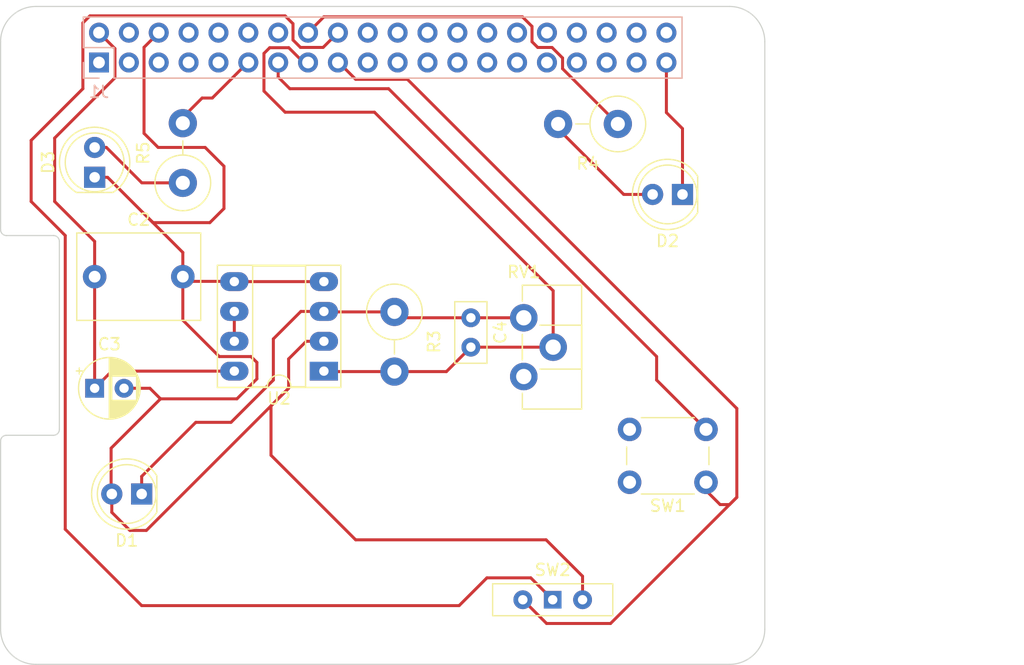
<source format=kicad_pcb>
(kicad_pcb (version 20240108) (generator "pcbnew") (generator_version "8.0")
  (title_block (date "15 nov 2012"))
  (layers (0 "F.Cu" signal) (31 "B.Cu" signal) (34 "B.Paste" user) (35 "F.Paste" user) (36 "B.SilkS" user "B.Silkscreen") (37 "F.SilkS" user "F.Silkscreen") (38 "B.Mask" user) (39 "F.Mask" user) (44 "Edge.Cuts" user))
  (net 0 "")
  (net 1 "GND")
  (net 2 "/GPIO2{slash}SDA1")
  (net 3 "/GPIO3{slash}SCL1")
  (net 4 "/GPIO4{slash}GPCLK0")
  (net 5 "/GPIO14{slash}TXD0")
  (net 6 "/GPIO15{slash}RXD0")
  (net 7 "/GPIO17")
  (net 8 "/GPIO18{slash}PCM.CLK")
  (net 9 "/GPIO22")
  (net 10 "/GPIO23")
  (net 11 "/GPIO24")
  (net 12 "/GPIO10{slash}SPI0.MOSI")
  (net 13 "/GPIO9{slash}SPI0.MISO")
  (net 14 "/GPIO25")
  (net 15 "/GPIO11{slash}SPI0.SCLK")
  (net 16 "/GPIO8{slash}SPI0.CE0")
  (net 17 "/GPIO7{slash}SPI0.CE1")
  (net 18 "/ID_SDA")
  (net 19 "/ID_SCL")
  (net 20 "/GPIO5")
  (net 21 "/GPIO6")
  (net 22 "/GPIO12{slash}PWM0")
  (net 23 "/GPIO13{slash}PWM1")
  (net 24 "/GPIO19{slash}PCM.FS")
  (net 25 "/GPIO16")
  (net 26 "/GPIO26")
  (net 27 "/GPIO20{slash}PCM.DIN")
  (net 28 "/GPIO21{slash}PCM.DOUT")
  (net 29 "+5V")
  (net 30 "+3V3")
  (net 31 "Net-(D1-K)")
  (net 32 "Net-(D2-A)")
  (net 34 "Net-(U2B--)")
  (net 35 "Net-(D3-A)")
  (net 36 "+3.3V")
  (footprint "MountingHole:MountingHole_2.7mm_M2.5" (layer "F.Cu") (at 161.5 47.5)
    (property "Reference" "MH2" (hide yes))
    (property "Value" "MountingHole_2.7mm_M2.5" (hide yes))
    (pad "" np_thru_hole circle (at 0 0) (size 2.7 2.7) (drill 2.7) (layers "*.Cu" "*.Mask"))
  )
  (footprint "LED_THT:LED_D5.0mm_IRGrey" (layer "F.Cu") (at 112 85.5 180)
    (property "Reference" "D1" (at 1.27 -3.96 0) (layer "F.SilkS"))
    (property "Value" "~")
    (fp_line (start -1.29 -1.545) (end -1.29 1.545) (stroke (width 0.12)) (layer "F.SilkS"))
    (fp_arc (start 4.26 0.000048) (mid 2.071756 2.880501) (end -1.29 1.54483) (stroke (width 0.12)) (layer "F.SilkS"))
    (fp_arc (start -1.29 -1.54483) (mid 2.071756 -2.880501) (end 4.26 -0.000048) (stroke (width 0.12)) (layer "F.SilkS"))
    (fp_circle (center 1.27 0) (end 3.77 0) (stroke (width 0.12)) (fill none) (layer "F.SilkS"))
    (pad "1" thru_hole rect (at 0 0 180) (size 1.8 1.8) (drill 0.9) (layers "*.Cu" "*.Mask") (net 31 "Net-(D1-K)"))
    (pad "2" thru_hole circle (at 2.54 0 180) (size 1.8 1.8) (drill 0.9) (layers "*.Cu" "*.Mask") (net 1 "GND"))
  )
  (footprint "Resistor_THT:R_Axial_DIN0414_L11.9mm_D4.5mm_P5.08mm_Vertical" (layer "F.Cu") (at 115.5 59.015 90)
    (property "Reference" "R5" (at 2.54 -3.37 90) (layer "F.SilkS"))
    (property "Value" "100")
    (fp_line (start 2.37 0) (end 3.58 0) (stroke (width 0.12)) (layer "F.SilkS"))
    (fp_circle (center 0 0) (end 2.37 0) (stroke (width 0.12)) (fill none) (layer "F.SilkS"))
    (pad "1" thru_hole circle (at 0 0 90) (size 2.4 2.4) (drill 1.2) (layers "*.Cu" "*.Mask") (net 35 "Net-(D3-A)"))
    (pad "2" thru_hole oval (at 5.08 0 90) (size 2.4 2.4) (drill 1.2) (layers "*.Cu" "*.Mask") (net 7 "/GPIO17"))
  )
  (footprint "LED_THT:LED_D5.0mm" (layer "F.Cu") (at 158 60 180)
    (property "Reference" "D2" (at 1.27 -3.96 0) (layer "F.SilkS"))
    (property "Value" "LED")
    (fp_line (start -1.29 -1.545) (end -1.29 1.545) (stroke (width 0.12)) (layer "F.SilkS"))
    (fp_arc (start 4.26 0.000048) (mid 2.071756 2.880501) (end -1.29 1.54483) (stroke (width 0.12)) (layer "F.SilkS"))
    (fp_arc (start -1.29 -1.54483) (mid 2.071756 -2.880501) (end 4.26 -0.000048) (stroke (width 0.12)) (layer "F.SilkS"))
    (fp_circle (center 1.27 0) (end 3.77 0) (stroke (width 0.12)) (fill none) (layer "F.SilkS"))
    (pad "1" thru_hole rect (at 0 0 180) (size 1.8 1.8) (drill 0.9) (layers "*.Cu" "*.Mask") (net 1 "GND"))
    (pad "2" thru_hole circle (at 2.54 0 180) (size 1.8 1.8) (drill 0.9) (layers "*.Cu" "*.Mask") (net 32 "Net-(D2-A)"))
  )
  (footprint "Capacitor_THT:C_Disc_D5.0mm_W2.5mm_P2.50mm" (layer "F.Cu") (at 140 70.5 -90)
    (property "Reference" "C4" (at 1.25 -2.5 90) (layer "F.SilkS"))
    (property "Value" "22pF")
    (fp_line (start -1.37 1.37) (end 3.87 1.37) (stroke (width 0.12)) (layer "F.SilkS"))
    (fp_line (start -1.37 -1.37) (end -1.37 1.37) (stroke (width 0.12)) (layer "F.SilkS"))
    (fp_line (start -1.37 -1.37) (end 3.87 -1.37) (stroke (width 0.12)) (layer "F.SilkS"))
    (fp_line (start 3.87 -1.37) (end 3.87 1.37) (stroke (width 0.12)) (layer "F.SilkS"))
    (pad "1" thru_hole circle (at 0 0 270) (size 1.6 1.6) (drill 0.8) (layers "*.Cu" "*.Mask") (net 31 "Net-(D1-K)"))
    (pad "2" thru_hole circle (at 2.5 0 270) (size 1.6 1.6) (drill 0.8) (layers "*.Cu" "*.Mask") (net 9 "/GPIO22"))
  )
  (footprint "Resistor_THT:R_Axial_DIN0414_L11.9mm_D4.5mm_P5.08mm_Vertical" (layer "F.Cu") (at 133.5 70 -90)
    (property "Reference" "R3" (at 2.54 -3.37 90) (layer "F.SilkS"))
    (property "Value" "R")
    (fp_line (start 2.37 0) (end 3.58 0) (stroke (width 0.12)) (layer "F.SilkS"))
    (fp_circle (center 0 0) (end 2.37 0) (stroke (width 0.12)) (fill none) (layer "F.SilkS"))
    (pad "1" thru_hole circle (at 0 0 270) (size 2.4 2.4) (drill 1.2) (layers "*.Cu" "*.Mask") (net 31 "Net-(D1-K)"))
    (pad "2" thru_hole oval (at 5.08 0 270) (size 2.4 2.4) (drill 1.2) (layers "*.Cu" "*.Mask") (net 9 "/GPIO22"))
  )
  (footprint "MountingHole:MountingHole_2.7mm_M2.5" (layer "F.Cu") (at 103.5 96.5)
    (property "Reference" "MH3" (hide yes))
    (property "Value" "MountingHole_2.7mm_M2.5" (hide yes))
    (pad "" np_thru_hole circle (at 0 0) (size 2.7 2.7) (drill 2.7) (layers "*.Cu" "*.Mask"))
  )
  (footprint "LED_THT:LED_D5.0mm" (layer "F.Cu") (at 108 58.54 90)
    (property "Reference" "D3" (at 1.27 -3.96 90) (layer "F.SilkS"))
    (property "Value" "LED")
    (fp_line (start -1.29 -1.545) (end -1.29 1.545) (stroke (width 0.12)) (layer "F.SilkS"))
    (fp_arc (start -1.29 -1.54483) (mid 2.071756 -2.880501) (end 4.26 -0.000048) (stroke (width 0.12)) (layer "F.SilkS"))
    (fp_arc (start 4.26 0.000048) (mid 2.071756 2.880501) (end -1.29 1.54483) (stroke (width 0.12)) (layer "F.SilkS"))
    (fp_circle (center 1.27 0) (end 3.77 0) (stroke (width 0.12)) (fill none) (layer "F.SilkS"))
    (pad "1" thru_hole rect (at 0 0 90) (size 1.8 1.8) (drill 0.9) (layers "*.Cu" "*.Mask") (net 1 "GND"))
    (pad "2" thru_hole circle (at 2.54 0 90) (size 1.8 1.8) (drill 0.9) (layers "*.Cu" "*.Mask") (net 35 "Net-(D3-A)"))
  )
  (footprint "Button_Switch_THT:SW_Slide-03_Wuerth-WS-SLTV_10x2.5x6.4_P2.54mm" (layer "F.Cu") (at 146.96 94.5)
    (property "Reference" "SW2" (at 0 -2.54 0) (layer "F.SilkS"))
    (property "Value" "SW_Push_SPDT")
    (fp_rect (start -5.11 -1.36) (end 5.11 1.36) (stroke (width 0.12)) (fill none) (layer "F.SilkS"))
    (pad "1" thru_hole rect (at 0 0) (size 1.5 1.5) (drill 0.8) (layers "*.Cu" "*.Mask") (net 11 "/GPIO24"))
    (pad "2" thru_hole circle (at -2.54 0) (size 1.6 1.6) (drill 0.8) (layers "*.Cu" "*.Mask") (net 36 "+3.3V"))
    (pad "3" thru_hole circle (at 2.54 0) (size 1.6 1.6) (drill 0.8) (layers "*.Cu" "*.Mask") (net 1 "GND"))
  )
  (footprint "MountingHole:MountingHole_2.7mm_M2.5" (layer "F.Cu") (at 103.5 47.5)
    (property "Reference" "MH1" (hide yes))
    (property "Value" "MountingHole_2.7mm_M2.5" (hide yes))
    (pad "" np_thru_hole circle (at 0 0) (size 2.7 2.7) (drill 2.7) (layers "*.Cu" "*.Mask"))
  )
  (footprint "Capacitor_THT:C_Rect_L10.3mm_W7.2mm_P7.50mm_MKS4" (layer "F.Cu") (at 108 67)
    (property "Reference" "C2" (at 3.75 -4.85 0) (layer "F.SilkS"))
    (property "Value" "10uF")
    (fp_line (start -1.52 -3.72) (end -1.52 3.72) (stroke (width 0.12)) (layer "F.SilkS"))
    (fp_line (start -1.52 -3.72) (end 9.02 -3.72) (stroke (width 0.12)) (layer "F.SilkS"))
    (fp_line (start -1.52 3.72) (end 9.02 3.72) (stroke (width 0.12)) (layer "F.SilkS"))
    (fp_line (start 9.02 -3.72) (end 9.02 3.72) (stroke (width 0.12)) (layer "F.SilkS"))
    (pad "1" thru_hole circle (at 0 0) (size 2 2) (drill 1) (layers "*.Cu" "*.Mask") (net 29 "+5V"))
    (pad "2" thru_hole circle (at 7.5 0) (size 2 2) (drill 1) (layers "*.Cu" "*.Mask") (net 1 "GND"))
  )
  (footprint "Capacitor_THT:CP_Radial_D5.0mm_P2.50mm" (layer "F.Cu") (at 108 76.5)
    (property "Reference" "C3" (at 1.25 -3.75 0) (layer "F.SilkS"))
    (property "Value" "100nF")
    (fp_line (start -1.554775 -1.475) (end -1.054775 -1.475) (stroke (width 0.12)) (layer "F.SilkS"))
    (fp_line (start -1.304775 -1.725) (end -1.304775 -1.225) (stroke (width 0.12)) (layer "F.SilkS"))
    (fp_line (start 1.25 -2.58) (end 1.25 2.58) (stroke (width 0.12)) (layer "F.SilkS"))
    (fp_line (start 1.29 -2.58) (end 1.29 2.58) (stroke (width 0.12)) (layer "F.SilkS"))
    (fp_line (start 1.33 -2.579) (end 1.33 2.579) (stroke (width 0.12)) (layer "F.SilkS"))
    (fp_line (start 1.37 -2.578) (end 1.37 2.578) (stroke (width 0.12)) (layer "F.SilkS"))
    (fp_line (start 1.41 -2.576) (end 1.41 2.576) (stroke (width 0.12)) (layer "F.SilkS"))
    (fp_line (start 1.45 -2.573) (end 1.45 2.573) (stroke (width 0.12)) (layer "F.SilkS"))
    (fp_line (start 1.49 -2.569) (end 1.49 -1.04) (stroke (width 0.12)) (layer "F.SilkS"))
    (fp_line (start 1.49 1.04) (end 1.49 2.569) (stroke (width 0.12)) (layer "F.SilkS"))
    (fp_line (start 1.53 -2.565) (end 1.53 -1.04) (stroke (width 0.12)) (layer "F.SilkS"))
    (fp_line (start 1.53 1.04) (end 1.53 2.565) (stroke (width 0.12)) (layer "F.SilkS"))
    (fp_line (start 1.57 -2.561) (end 1.57 -1.04) (stroke (width 0.12)) (layer "F.SilkS"))
    (fp_line (start 1.57 1.04) (end 1.57 2.561) (stroke (width 0.12)) (layer "F.SilkS"))
    (fp_line (start 1.61 -2.556) (end 1.61 -1.04) (stroke (width 0.12)) (layer "F.SilkS"))
    (fp_line (start 1.61 1.04) (end 1.61 2.556) (stroke (width 0.12)) (layer "F.SilkS"))
    (fp_line (start 1.65 -2.55) (end 1.65 -1.04) (stroke (width 0.12)) (layer "F.SilkS"))
    (fp_line (start 1.65 1.04) (end 1.65 2.55) (stroke (width 0.12)) (layer "F.SilkS"))
    (fp_line (start 1.69 -2.543) (end 1.69 -1.04) (stroke (width 0.12)) (layer "F.SilkS"))
    (fp_line (start 1.69 1.04) (end 1.69 2.543) (stroke (width 0.12)) (layer "F.SilkS"))
    (fp_line (start 1.73 -2.536) (end 1.73 -1.04) (stroke (width 0.12)) (layer "F.SilkS"))
    (fp_line (start 1.73 1.04) (end 1.73 2.536) (stroke (width 0.12)) (layer "F.SilkS"))
    (fp_line (start 1.77 -2.528) (end 1.77 -1.04) (stroke (width 0.12)) (layer "F.SilkS"))
    (fp_line (start 1.77 1.04) (end 1.77 2.528) (stroke (width 0.12)) (layer "F.SilkS"))
    (fp_line (start 1.81 -2.52) (end 1.81 -1.04) (stroke (width 0.12)) (layer "F.SilkS"))
    (fp_line (start 1.81 1.04) (end 1.81 2.52) (stroke (width 0.12)) (layer "F.SilkS"))
    (fp_line (start 1.85 -2.511) (end 1.85 -1.04) (stroke (width 0.12)) (layer "F.SilkS"))
    (fp_line (start 1.85 1.04) (end 1.85 2.511) (stroke (width 0.12)) (layer "F.SilkS"))
    (fp_line (start 1.89 -2.501) (end 1.89 -1.04) (stroke (width 0.12)) (layer "F.SilkS"))
    (fp_line (start 1.89 1.04) (end 1.89 2.501) (stroke (width 0.12)) (layer "F.SilkS"))
    (fp_line (start 1.93 -2.491) (end 1.93 -1.04) (stroke (width 0.12)) (layer "F.SilkS"))
    (fp_line (start 1.93 1.04) (end 1.93 2.491) (stroke (width 0.12)) (layer "F.SilkS"))
    (fp_line (start 1.971 -2.48) (end 1.971 -1.04) (stroke (width 0.12)) (layer "F.SilkS"))
    (fp_line (start 1.971 1.04) (end 1.971 2.48) (stroke (width 0.12)) (layer "F.SilkS"))
    (fp_line (start 2.011 -2.468) (end 2.011 -1.04) (stroke (width 0.12)) (layer "F.SilkS"))
    (fp_line (start 2.011 1.04) (end 2.011 2.468) (stroke (width 0.12)) (layer "F.SilkS"))
    (fp_line (start 2.051 -2.455) (end 2.051 -1.04) (stroke (width 0.12)) (layer "F.SilkS"))
    (fp_line (start 2.051 1.04) (end 2.051 2.455) (stroke (width 0.12)) (layer "F.SilkS"))
    (fp_line (start 2.091 -2.442) (end 2.091 -1.04) (stroke (width 0.12)) (layer "F.SilkS"))
    (fp_line (start 2.091 1.04) (end 2.091 2.442) (stroke (width 0.12)) (layer "F.SilkS"))
    (fp_line (start 2.131 -2.428) (end 2.131 -1.04) (stroke (width 0.12)) (layer "F.SilkS"))
    (fp_line (start 2.131 1.04) (end 2.131 2.428) (stroke (width 0.12)) (layer "F.SilkS"))
    (fp_line (start 2.171 -2.414) (end 2.171 -1.04) (stroke (width 0.12)) (layer "F.SilkS"))
    (fp_line (start 2.171 1.04) (end 2.171 2.414) (stroke (width 0.12)) (layer "F.SilkS"))
    (fp_line (start 2.211 -2.398) (end 2.211 -1.04) (stroke (width 0.12)) (layer "F.SilkS"))
    (fp_line (start 2.211 1.04) (end 2.211 2.398) (stroke (width 0.12)) (layer "F.SilkS"))
    (fp_line (start 2.251 -2.382) (end 2.251 -1.04) (stroke (width 0.12)) (layer "F.SilkS"))
    (fp_line (start 2.251 1.04) (end 2.251 2.382) (stroke (width 0.12)) (layer "F.SilkS"))
    (fp_line (start 2.291 -2.365) (end 2.291 -1.04) (stroke (width 0.12)) (layer "F.SilkS"))
    (fp_line (start 2.291 1.04) (end 2.291 2.365) (stroke (width 0.12)) (layer "F.SilkS"))
    (fp_line (start 2.331 -2.348) (end 2.331 -1.04) (stroke (width 0.12)) (layer "F.SilkS"))
    (fp_line (start 2.331 1.04) (end 2.331 2.348) (stroke (width 0.12)) (layer "F.SilkS"))
    (fp_line (start 2.371 -2.329) (end 2.371 -1.04) (stroke (width 0.12)) (layer "F.SilkS"))
    (fp_line (start 2.371 1.04) (end 2.371 2.329) (stroke (width 0.12)) (layer "F.SilkS"))
    (fp_line (start 2.411 -2.31) (end 2.411 -1.04) (stroke (width 0.12)) (layer "F.SilkS"))
    (fp_line (start 2.411 1.04) (end 2.411 2.31) (stroke (width 0.12)) (layer "F.SilkS"))
    (fp_line (start 2.451 -2.29) (end 2.451 -1.04) (stroke (width 0.12)) (layer "F.SilkS"))
    (fp_line (start 2.451 1.04) (end 2.451 2.29) (stroke (width 0.12)) (layer "F.SilkS"))
    (fp_line (start 2.491 -2.268) (end 2.491 -1.04) (stroke (width 0.12)) (layer "F.SilkS"))
    (fp_line (start 2.491 1.04) (end 2.491 2.268) (stroke (width 0.12)) (layer "F.SilkS"))
    (fp_line (start 2.531 -2.247) (end 2.531 -1.04) (stroke (width 0.12)) (layer "F.SilkS"))
    (fp_line (start 2.531 1.04) (end 2.531 2.247) (stroke (width 0.12)) (layer "F.SilkS"))
    (fp_line (start 2.571 -2.224) (end 2.571 -1.04) (stroke (width 0.12)) (layer "F.SilkS"))
    (fp_line (start 2.571 1.04) (end 2.571 2.224) (stroke (width 0.12)) (layer "F.SilkS"))
    (fp_line (start 2.611 -2.2) (end 2.611 -1.04) (stroke (width 0.12)) (layer "F.SilkS"))
    (fp_line (start 2.611 1.04) (end 2.611 2.2) (stroke (width 0.12)) (layer "F.SilkS"))
    (fp_line (start 2.651 -2.175) (end 2.651 -1.04) (stroke (width 0.12)) (layer "F.SilkS"))
    (fp_line (start 2.651 1.04) (end 2.651 2.175) (stroke (width 0.12)) (layer "F.SilkS"))
    (fp_line (start 2.691 -2.149) (end 2.691 -1.04) (stroke (width 0.12)) (layer "F.SilkS"))
    (fp_line (start 2.691 1.04) (end 2.691 2.149) (stroke (width 0.12)) (layer "F.SilkS"))
    (fp_line (start 2.731 -2.122) (end 2.731 -1.04) (stroke (width 0.12)) (layer "F.SilkS"))
    (fp_line (start 2.731 1.04) (end 2.731 2.122) (stroke (width 0.12)) (layer "F.SilkS"))
    (fp_line (start 2.771 -2.095) (end 2.771 -1.04) (stroke (width 0.12)) (layer "F.SilkS"))
    (fp_line (start 2.771 1.04) (end 2.771 2.095) (stroke (width 0.12)) (layer "F.SilkS"))
    (fp_line (start 2.811 -2.065) (end 2.811 -1.04) (stroke (width 0.12)) (layer "F.SilkS"))
    (fp_line (start 2.811 1.04) (end 2.811 2.065) (stroke (width 0.12)) (layer "F.SilkS"))
    (fp_line (start 2.851 -2.035) (end 2.851 -1.04) (stroke (width 0.12)) (layer "F.SilkS"))
    (fp_line (start 2.851 1.04) (end 2.851 2.035) (stroke (width 0.12)) (layer "F.SilkS"))
    (fp_line (start 2.891 -2.004) (end 2.891 -1.04) (stroke (width 0.12)) (layer "F.SilkS"))
    (fp_line (start 2.891 1.04) (end 2.891 2.004) (stroke (width 0.12)) (layer "F.SilkS"))
    (fp_line (start 2.931 -1.971) (end 2.931 -1.04) (stroke (width 0.12)) (layer "F.SilkS"))
    (fp_line (start 2.931 1.04) (end 2.931 1.971) (stroke (width 0.12)) (layer "F.SilkS"))
    (fp_line (start 2.971 -1.937) (end 2.971 -1.04) (stroke (width 0.12)) (layer "F.SilkS"))
    (fp_line (start 2.971 1.04) (end 2.971 1.937) (stroke (width 0.12)) (layer "F.SilkS"))
    (fp_line (start 3.011 -1.901) (end 3.011 -1.04) (stroke (width 0.12)) (layer "F.SilkS"))
    (fp_line (start 3.011 1.04) (end 3.011 1.901) (stroke (width 0.12)) (layer "F.SilkS"))
    (fp_line (start 3.051 -1.864) (end 3.051 -1.04) (stroke (width 0.12)) (layer "F.SilkS"))
    (fp_line (start 3.051 1.04) (end 3.051 1.864) (stroke (width 0.12)) (layer "F.SilkS"))
    (fp_line (start 3.091 -1.826) (end 3.091 -1.04) (stroke (width 0.12)) (layer "F.SilkS"))
    (fp_line (start 3.091 1.04) (end 3.091 1.826) (stroke (width 0.12)) (layer "F.SilkS"))
    (fp_line (start 3.131 -1.785) (end 3.131 -1.04) (stroke (width 0.12)) (layer "F.SilkS"))
    (fp_line (start 3.131 1.04) (end 3.131 1.785) (stroke (width 0.12)) (layer "F.SilkS"))
    (fp_line (start 3.171 -1.743) (end 3.171 -1.04) (stroke (width 0.12)) (layer "F.SilkS"))
    (fp_line (start 3.171 1.04) (end 3.171 1.743) (stroke (width 0.12)) (layer "F.SilkS"))
    (fp_line (start 3.211 -1.699) (end 3.211 -1.04) (stroke (width 0.12)) (layer "F.SilkS"))
    (fp_line (start 3.211 1.04) (end 3.211 1.699) (stroke (width 0.12)) (layer "F.SilkS"))
    (fp_line (start 3.251 -1.653) (end 3.251 -1.04) (stroke (width 0.12)) (layer "F.SilkS"))
    (fp_line (start 3.251 1.04) (end 3.251 1.653) (stroke (width 0.12)) (layer "F.SilkS"))
    (fp_line (start 3.291 -1.605) (end 3.291 -1.04) (stroke (width 0.12)) (layer "F.SilkS"))
    (fp_line (start 3.291 1.04) (end 3.291 1.605) (stroke (width 0.12)) (layer "F.SilkS"))
    (fp_line (start 3.331 -1.554) (end 3.331 -1.04) (stroke (width 0.12)) (layer "F.SilkS"))
    (fp_line (start 3.331 1.04) (end 3.331 1.554) (stroke (width 0.12)) (layer "F.SilkS"))
    (fp_line (start 3.371 -1.5) (end 3.371 -1.04) (stroke (width 0.12)) (layer "F.SilkS"))
    (fp_line (start 3.371 1.04) (end 3.371 1.5) (stroke (width 0.12)) (layer "F.SilkS"))
    (fp_line (start 3.411 -1.443) (end 3.411 -1.04) (stroke (width 0.12)) (layer "F.SilkS"))
    (fp_line (start 3.411 1.04) (end 3.411 1.443) (stroke (width 0.12)) (layer "F.SilkS"))
    (fp_line (start 3.451 -1.383) (end 3.451 -1.04) (stroke (width 0.12)) (layer "F.SilkS"))
    (fp_line (start 3.451 1.04) (end 3.451 1.383) (stroke (width 0.12)) (layer "F.SilkS"))
    (fp_line (start 3.491 -1.319) (end 3.491 -1.04) (stroke (width 0.12)) (layer "F.SilkS"))
    (fp_line (start 3.491 1.04) (end 3.491 1.319) (stroke (width 0.12)) (layer "F.SilkS"))
    (fp_line (start 3.531 -1.251) (end 3.531 -1.04) (stroke (width 0.12)) (layer "F.SilkS"))
    (fp_line (start 3.531 1.04) (end 3.531 1.251) (stroke (width 0.12)) (layer "F.SilkS"))
    (fp_line (start 3.571 -1.178) (end 3.571 1.178) (stroke (width 0.12)) (layer "F.SilkS"))
    (fp_line (start 3.611 -1.098) (end 3.611 1.098) (stroke (width 0.12)) (layer "F.SilkS"))
    (fp_line (start 3.651 -1.011) (end 3.651 1.011) (stroke (width 0.12)) (layer "F.SilkS"))
    (fp_line (start 3.691 -0.915) (end 3.691 0.915) (stroke (width 0.12)) (layer "F.SilkS"))
    (fp_line (start 3.731 -0.805) (end 3.731 0.805) (stroke (width 0.12)) (layer "F.SilkS"))
    (fp_line (start 3.771 -0.677) (end 3.771 0.677) (stroke (width 0.12)) (layer "F.SilkS"))
    (fp_line (start 3.811 -0.518) (end 3.811 0.518) (stroke (width 0.12)) (layer "F.SilkS"))
    (fp_line (start 3.851 -0.284) (end 3.851 0.284) (stroke (width 0.12)) (layer "F.SilkS"))
    (fp_circle (center 1.25 0) (end 3.87 0) (stroke (width 0.12)) (fill none) (layer "F.SilkS"))
    (pad "1" thru_hole rect (at 0 0) (size 1.6 1.6) (drill 0.8) (layers "*.Cu" "*.Mask") (net 29 "+5V"))
    (pad "2" thru_hole circle (at 2.5 0) (size 1.6 1.6) (drill 0.8) (layers "*.Cu" "*.Mask") (net 1 "GND"))
  )
  (footprint "Package_DIP:DIP-8_W7.62mm_Socket_LongPads" (layer "F.Cu") (at 127.5 75.04 180)
    (property "Reference" "U2" (at 3.81 -2.33 0) (layer "F.SilkS"))
    (property "Value" "~" (hide yes))
    (fp_line (start 9.06 9.01) (end 9.06 -1.39) (stroke (width 0.12)) (layer "F.SilkS"))
    (fp_line (start 9.06 -1.39) (end -1.44 -1.39) (stroke (width 0.12)) (layer "F.SilkS"))
    (fp_line (start 6.06 8.95) (end 6.06 -1.33) (stroke (width 0.12)) (layer "F.SilkS"))
    (fp_line (start 6.06 -1.33) (end 4.81 -1.33) (stroke (width 0.12)) (layer "F.SilkS"))
    (fp_line (start 2.81 -1.33) (end 1.56 -1.33) (stroke (width 0.12)) (layer "F.SilkS"))
    (fp_line (start 1.56 8.95) (end 6.06 8.95) (stroke (width 0.12)) (layer "F.SilkS"))
    (fp_line (start 1.56 -1.33) (end 1.56 8.95) (stroke (width 0.12)) (layer "F.SilkS"))
    (fp_line (start -1.44 9.01) (end 9.06 9.01) (stroke (width 0.12)) (layer "F.SilkS"))
    (fp_line (start -1.44 -1.39) (end -1.44 9.01) (stroke (width 0.12)) (layer "F.SilkS"))
    (fp_arc (start 4.81 -1.33) (mid 3.81 -0.33) (end 2.81 -1.33) (stroke (width 0.12)) (layer "F.SilkS"))
    (pad "1" thru_hole rect (at 0 0 180) (size 2.4 1.6) (drill 0.8) (layers "*.Cu" "*.Mask") (net 9 "/GPIO22"))
    (pad "2" thru_hole oval (at 0 2.54 180) (size 2.4 1.6) (drill 0.8) (layers "*.Cu" "*.Mask") (net 1 "GND"))
    (pad "3" thru_hole oval (at 0 5.08 180) (size 2.4 1.6) (drill 0.8) (layers "*.Cu" "*.Mask") (net 31 "Net-(D1-K)"))
    (pad "4" thru_hole oval (at 0 7.62 180) (size 2.4 1.6) (drill 0.8) (layers "*.Cu" "*.Mask") (net 1 "GND"))
    (pad "5" thru_hole oval (at 7.62 7.62 180) (size 2.4 1.6) (drill 0.8) (layers "*.Cu" "*.Mask") (net 1 "GND"))
    (pad "6" thru_hole oval (at 7.62 5.08 180) (size 2.4 1.6) (drill 0.8) (layers "*.Cu" "*.Mask") (net 34 "Net-(U2B--)"))
    (pad "7" thru_hole oval (at 7.62 2.54 180) (size 2.4 1.6) (drill 0.8) (layers "*.Cu" "*.Mask") (net 34 "Net-(U2B--)"))
    (pad "8" thru_hole oval (at 7.62 0 180) (size 2.4 1.6) (drill 0.8) (layers "*.Cu" "*.Mask") (net 29 "+5V"))
  )
  (footprint "MountingHole:MountingHole_2.7mm_M2.5" (layer "F.Cu") (at 161.5 96.5)
    (property "Reference" "MH4" (hide yes))
    (property "Value" "MountingHole_2.7mm_M2.5" (hide yes))
    (pad "" np_thru_hole circle (at 0 0) (size 2.7 2.7) (drill 2.7) (layers "*.Cu" "*.Mask"))
  )
  (footprint "Potentiometer_THT:Potentiometer_Piher_PT-10-H01_Horizontal" (layer "F.Cu") (at 144.5 70.5)
    (property "Reference" "RV1" (at 0 -3.9 0) (layer "F.SilkS"))
    (property "Value" "~" (hide yes))
    (fp_line (start -0.121 -2.771) (end -0.121 -1.426) (stroke (width 0.12)) (layer "F.SilkS"))
    (fp_line (start -0.121 -2.771) (end 4.92 -2.771) (stroke (width 0.12)) (layer "F.SilkS"))
    (fp_line (start -0.121 1.426) (end -0.121 3.575) (stroke (width 0.12)) (layer "F.SilkS"))
    (fp_line (start -0.121 1.426) (end -0.121 3.575) (stroke (width 0.12)) (layer "F.SilkS"))
    (fp_line (start -0.121 6.425) (end -0.121 7.77) (stroke (width 0.12)) (layer "F.SilkS"))
    (fp_line (start -0.121 7.77) (end 4.92 7.77) (stroke (width 0.12)) (layer "F.SilkS"))
    (fp_line (start 1.381 0.63) (end 4.92 0.63) (stroke (width 0.12)) (layer "F.SilkS"))
    (fp_line (start 1.381 4.37) (end 4.92 4.37) (stroke (width 0.12)) (layer "F.SilkS"))
    (fp_line (start 4.92 -2.771) (end 4.92 7.77) (stroke (width 0.12)) (layer "F.SilkS"))
    (fp_line (start 4.92 0.63) (end 4.92 4.37) (stroke (width 0.12)) (layer "F.SilkS"))
    (pad "1" thru_hole circle (at 0 0) (size 2.34 2.34) (drill 1.3) (layers "*.Cu" "*.Mask") (net 31 "Net-(D1-K)"))
    (pad "2" thru_hole circle (at 2.5 2.5) (size 2.34 2.34) (drill 1.3) (layers "*.Cu" "*.Mask") (net 9 "/GPIO22"))
    (pad "3" thru_hole circle (at 0 5) (size 2.34 2.34) (drill 1.3) (layers "*.Cu" "*.Mask"))
  )
  (footprint "Button_Switch_THT:SW_PUSH_6mm" (layer "F.Cu") (at 160 84.5 180)
    (property "Reference" "SW1" (at 3.25 -2 0) (layer "F.SilkS"))
    (property "Value" "SW_Push_Dual")
    (fp_line (start 6.75 3) (end 6.75 1.5) (stroke (width 0.12)) (layer "F.SilkS"))
    (fp_line (start 5.5 -1) (end 1 -1) (stroke (width 0.12)) (layer "F.SilkS"))
    (fp_line (start 1 5.5) (end 5.5 5.5) (stroke (width 0.12)) (layer "F.SilkS"))
    (fp_line (start -0.25 1.5) (end -0.25 3) (stroke (width 0.12)) (layer "F.SilkS"))
    (pad "1" thru_hole circle (at 0 0 270) (size 2 2) (drill 1.1) (layers "*.Cu" "*.Mask") (net 36 "+3.3V"))
    (pad "2" thru_hole circle (at 0 4.5 270) (size 2 2) (drill 1.1) (layers "*.Cu" "*.Mask") (net 36 "+3.3V"))
    (pad "3" thru_hole circle (at 6.5 0 270) (size 2 2) (drill 1.1) (layers "*.Cu" "*.Mask"))
    (pad "4" thru_hole circle (at 6.5 4.5 270) (size 2 2) (drill 1.1) (layers "*.Cu" "*.Mask"))
  )
  (footprint "Resistor_THT:R_Axial_DIN0414_L11.9mm_D4.5mm_P5.08mm_Vertical" (layer "F.Cu") (at 152.5 54 180)
    (property "Reference" "R4" (at 2.54 -3.37 0) (layer "F.SilkS"))
    (property "Value" "100")
    (fp_line (start 2.37 0) (end 3.58 0) (stroke (width 0.12)) (layer "F.SilkS"))
    (fp_circle (center 0 0) (end 2.37 0) (stroke (width 0.12)) (fill none) (layer "F.SilkS"))
    (pad "1" thru_hole circle (at 0 0 180) (size 2.4 2.4) (drill 1.2) (layers "*.Cu" "*.Mask") (net 10 "/GPIO23"))
    (pad "2" thru_hole oval (at 5.08 0 180) (size 2.4 2.4) (drill 1.2) (layers "*.Cu" "*.Mask") (net 32 "Net-(D2-A)"))
  )
  (footprint "Connector_PinSocket_2.54mm:PinSocket_2x20_P2.54mm_Vertical" (layer "B.Cu") (at 108.37 48.77 -90)
    (property "Reference" "J1" (at 2.5 0 0) (layer "B.SilkS") (effects (justify mirror)))
    (property "Value" "GPIO" (hide yes))
    (fp_line (start -3.87 1.33) (end -1.27 1.33) (stroke (width 0.12)) (layer "B.SilkS"))
    (fp_line (start -3.87 1.33) (end -3.87 -49.59) (stroke (width 0.12)) (layer "B.SilkS"))
    (fp_line (start -1.27 1.33) (end -1.27 -1.27) (stroke (width 0.12)) (layer "B.SilkS"))
    (fp_line (start 0 1.33) (end 1.33 1.33) (stroke (width 0.12)) (layer "B.SilkS"))
    (fp_line (start 1.33 1.33) (end 1.33 0) (stroke (width 0.12)) (layer "B.SilkS"))
    (fp_line (start -1.27 -1.27) (end 1.33 -1.27) (stroke (width 0.12)) (layer "B.SilkS"))
    (fp_line (start 1.33 -1.27) (end 1.33 -49.59) (stroke (width 0.12)) (layer "B.SilkS"))
    (fp_line (start -3.87 -49.59) (end 1.33 -49.59) (stroke (width 0.12)) (layer "B.SilkS"))
    (pad "1" thru_hole rect (at 0 0 270) (size 1.7 1.7) (drill 1) (layers "*.Cu" "*.Mask") (net 30 "+3V3"))
    (pad "2" thru_hole oval (at -2.54 0 270) (size 1.7 1.7) (drill 1) (layers "*.Cu" "*.Mask") (net 29 "+5V"))
    (pad "3" thru_hole oval (at 0 -2.54 270) (size 1.7 1.7) (drill 1) (layers "*.Cu" "*.Mask") (net 2 "/GPIO2{slash}SDA1"))
    (pad "4" thru_hole oval (at -2.54 -2.54 270) (size 1.7 1.7) (drill 1) (layers "*.Cu" "*.Mask"))
    (pad "5" thru_hole oval (at 0 -5.08 270) (size 1.7 1.7) (drill 1) (layers "*.Cu" "*.Mask") (net 3 "/GPIO3{slash}SCL1"))
    (pad "6" thru_hole oval (at -2.54 -5.08 270) (size 1.7 1.7) (drill 1) (layers "*.Cu" "*.Mask") (net 1 "GND"))
    (pad "7" thru_hole oval (at 0 -7.62 270) (size 1.7 1.7) (drill 1) (layers "*.Cu" "*.Mask") (net 4 "/GPIO4{slash}GPCLK0"))
    (pad "8" thru_hole oval (at -2.54 -7.62 270) (size 1.7 1.7) (drill 1) (layers "*.Cu" "*.Mask") (net 5 "/GPIO14{slash}TXD0"))
    (pad "9" thru_hole oval (at 0 -10.16 270) (size 1.7 1.7) (drill 1) (layers "*.Cu" "*.Mask"))
    (pad "10" thru_hole oval (at -2.54 -10.16 270) (size 1.7 1.7) (drill 1) (layers "*.Cu" "*.Mask") (net 6 "/GPIO15{slash}RXD0"))
    (pad "11" thru_hole oval (at 0 -12.7 270) (size 1.7 1.7) (drill 1) (layers "*.Cu" "*.Mask") (net 7 "/GPIO17"))
    (pad "12" thru_hole oval (at -2.54 -12.7 270) (size 1.7 1.7) (drill 1) (layers "*.Cu" "*.Mask") (net 8 "/GPIO18{slash}PCM.CLK"))
    (pad "13" thru_hole oval (at 0 -15.24 270) (size 1.7 1.7) (drill 1) (layers "*.Cu" "*.Mask") (net 36 "+3.3V"))
    (pad "14" thru_hole oval (at -2.54 -15.24 270) (size 1.7 1.7) (drill 1) (layers "*.Cu" "*.Mask"))
    (pad "15" thru_hole oval (at 0 -17.78 270) (size 1.7 1.7) (drill 1) (layers "*.Cu" "*.Mask") (net 9 "/GPIO22"))
    (pad "16" thru_hole oval (at -2.54 -17.78 270) (size 1.7 1.7) (drill 1) (layers "*.Cu" "*.Mask") (net 10 "/GPIO23"))
    (pad "17" thru_hole oval (at 0 -20.32 270) (size 1.7 1.7) (drill 1) (layers "*.Cu" "*.Mask"))
    (pad "18" thru_hole oval (at -2.54 -20.32 270) (size 1.7 1.7) (drill 1) (layers "*.Cu" "*.Mask") (net 11 "/GPIO24"))
    (pad "19" thru_hole oval (at 0 -22.86 270) (size 1.7 1.7) (drill 1) (layers "*.Cu" "*.Mask") (net 12 "/GPIO10{slash}SPI0.MOSI"))
    (pad "20" thru_hole oval (at -2.54 -22.86 270) (size 1.7 1.7) (drill 1) (layers "*.Cu" "*.Mask"))
    (pad "21" thru_hole oval (at 0 -25.4 270) (size 1.7 1.7) (drill 1) (layers "*.Cu" "*.Mask") (net 13 "/GPIO9{slash}SPI0.MISO"))
    (pad "22" thru_hole oval (at -2.54 -25.4 270) (size 1.7 1.7) (drill 1) (layers "*.Cu" "*.Mask") (net 14 "/GPIO25"))
    (pad "23" thru_hole oval (at 0 -27.94 270) (size 1.7 1.7) (drill 1) (layers "*.Cu" "*.Mask") (net 15 "/GPIO11{slash}SPI0.SCLK"))
    (pad "24" thru_hole oval (at -2.54 -27.94 270) (size 1.7 1.7) (drill 1) (layers "*.Cu" "*.Mask") (net 16 "/GPIO8{slash}SPI0.CE0"))
    (pad "25" thru_hole oval (at 0 -30.48 270) (size 1.7 1.7) (drill 1) (layers "*.Cu" "*.Mask"))
    (pad "26" thru_hole oval (at -2.54 -30.48 270) (size 1.7 1.7) (drill 1) (layers "*.Cu" "*.Mask") (net 17 "/GPIO7{slash}SPI0.CE1"))
    (pad "27" thru_hole oval (at 0 -33.02 270) (size 1.7 1.7) (drill 1) (layers "*.Cu" "*.Mask") (net 18 "/ID_SDA"))
    (pad "28" thru_hole oval (at -2.54 -33.02 270) (size 1.7 1.7) (drill 1) (layers "*.Cu" "*.Mask") (net 19 "/ID_SCL"))
    (pad "29" thru_hole oval (at 0 -35.56 270) (size 1.7 1.7) (drill 1) (layers "*.Cu" "*.Mask") (net 20 "/GPIO5"))
    (pad "30" thru_hole oval (at -2.54 -35.56 270) (size 1.7 1.7) (drill 1) (layers "*.Cu" "*.Mask"))
    (pad "31" thru_hole oval (at 0 -38.1 270) (size 1.7 1.7) (drill 1) (layers "*.Cu" "*.Mask") (net 21 "/GPIO6"))
    (pad "32" thru_hole oval (at -2.54 -38.1 270) (size 1.7 1.7) (drill 1) (layers "*.Cu" "*.Mask") (net 22 "/GPIO12{slash}PWM0"))
    (pad "33" thru_hole oval (at 0 -40.64 270) (size 1.7 1.7) (drill 1) (layers "*.Cu" "*.Mask") (net 23 "/GPIO13{slash}PWM1"))
    (pad "34" thru_hole oval (at -2.54 -40.64 270) (size 1.7 1.7) (drill 1) (layers "*.Cu" "*.Mask") (net 1 "GND"))
    (pad "35" thru_hole oval (at 0 -43.18 270) (size 1.7 1.7) (drill 1) (layers "*.Cu" "*.Mask") (net 24 "/GPIO19{slash}PCM.FS"))
    (pad "36" thru_hole oval (at -2.54 -43.18 270) (size 1.7 1.7) (drill 1) (layers "*.Cu" "*.Mask") (net 25 "/GPIO16"))
    (pad "37" thru_hole oval (at 0 -45.72 270) (size 1.7 1.7) (drill 1) (layers "*.Cu" "*.Mask") (net 26 "/GPIO26"))
    (pad "38" thru_hole oval (at -2.54 -45.72 270) (size 1.7 1.7) (drill 1) (layers "*.Cu" "*.Mask") (net 27 "/GPIO20{slash}PCM.DIN"))
    (pad "39" thru_hole oval (at 0 -48.26 270) (size 1.7 1.7) (drill 1) (layers "*.Cu" "*.Mask") (net 1 "GND"))
    (pad "40" thru_hole oval (at -2.54 -48.26 270) (size 1.7 1.7) (drill 1) (layers "*.Cu" "*.Mask") (net 28 "/GPIO21{slash}PCM.DOUT"))
  )
  (gr_arc (start 100.5 63.5) (mid 100.146447 63.353553) (end 100 63) (stroke (width 0.1)) (layer "Edge.Cuts"))
  (gr_arc (start 162 44) (mid 164.12132 44.87868) (end 165 47) (stroke (width 0.1)) (layer "Edge.Cuts"))
  (gr_line (start 165 97) (end 165 47) (stroke (width 0.1)) (layer "Edge.Cuts"))
  (gr_line (start 100 47) (end 100 63) (stroke (width 0.1)) (layer "Edge.Cuts"))
  (gr_arc (start 103 100) (mid 100.87868 99.12132) (end 100 97) (stroke (width 0.1)) (layer "Edge.Cuts"))
  (gr_line (start 103 100) (end 162 100) (stroke (width 0.1)) (layer "Edge.Cuts"))
  (gr_line (start 104.5 80.5) (end 100.5 80.5) (stroke (width 0.1)) (layer "Edge.Cuts"))
  (gr_arc (start 100 81) (mid 100.146138 80.646755) (end 100.499127 80.500001) (stroke (width 0.1)) (layer "Edge.Cuts"))
  (gr_arc (start 165 97) (mid 164.12132 99.12132) (end 162 100) (stroke (width 0.1)) (layer "Edge.Cuts"))
  (gr_line (start 105 64) (end 105 80) (stroke (width 0.1)) (layer "Edge.Cuts"))
  (gr_arc (start 100 47) (mid 100.87868 44.87868) (end 103 44) (stroke (width 0.1)) (layer "Edge.Cuts"))
  (gr_line (start 100 81) (end 100 97) (stroke (width 0.1)) (layer "Edge.Cuts"))
  (gr_line (start 100.5 63.5) (end 104.5 63.5) (stroke (width 0.1)) (layer "Edge.Cuts"))
  (gr_arc (start 105 80) (mid 104.853553 80.353553) (end 104.5 80.5) (stroke (width 0.1)) (layer "Edge.Cuts"))
  (gr_arc (start 104.5 63.5) (mid 104.853553 63.646447) (end 105 64) (stroke (width 0.1)) (layer "Edge.Cuts"))
  (gr_line (start 162 44) (end 103 44) (stroke (width 0.1)) (layer "Edge.Cuts"))
  (segment (start 127.5 72.5) (end 126 72.5) (width 0.254) (layer "F.Cu") (net 1))
  (segment (start 112.4 88.6) (end 111 88.6) (width 0.254) (layer "F.Cu") (net 1))
  (segment (start 113.45 46.23) (end 112.2 47.48) (width 0.254) (layer "F.Cu") (net 1))
  (segment (start 115.5 64.94) (end 115.5 67) (width 0.254) (layer "F.Cu") (net 1))
  (segment (start 121.3 73.8) (end 121.8 74.3) (width 0.254) (layer "F.Cu") (net 1))
  (segment (start 119 61.2) (end 117.8 62.4) (width 0.254) (layer "F.Cu") (net 1))
  (segment (start 109.4 85.44) (end 109.4 81.6) (width 0.254) (layer "F.Cu") (net 1))
  (segment (start 119.88 67.42) (end 127.5 67.42) (width 0.254) (layer "F.Cu") (net 1))
  (segment (start 121.8 75.7) (end 120.1 77.4) (width 0.254) (layer "F.Cu") (net 1))
  (segment (start 111 88.6) (end 109.46 87.06) (width 0.254) (layer "F.Cu") (net 1))
  (segment (start 124.5 76.5) (end 112.4 88.6) (width 0.254) (layer "F.Cu") (net 1))
  (segment (start 109.1 58.54) (end 108 58.54) (width 0.254) (layer "F.Cu") (net 1))
  (segment (start 126 72.5) (end 124.5 74) (width 0.254) (layer "F.Cu") (net 1))
  (segment (start 120.1 77.4) (end 113.6 77.4) (width 0.254) (layer "F.Cu") (net 1))
  (segment (start 130.2 89.4) (end 146.4 89.4) (width 0.254) (layer "F.Cu") (net 1))
  (segment (start 156.63 53.03) (end 156.63 48.77) (width 0.254) (layer "F.Cu") (net 1))
  (segment (start 123 78) (end 123 82.2) (width 0.254) (layer "F.Cu") (net 1))
  (segment (start 115.5 70.7) (end 118.6 73.8) (width 0.254) (layer "F.Cu") (net 1))
  (segment (start 124.5 74) (end 124.5 76.5) (width 0.254) (layer "F.Cu") (net 1))
  (segment (start 109.4 81.6) (end 113.6 77.4) (width 0.254) (layer "F.Cu") (net 1))
  (segment (start 117.4 56) (end 119 57.6) (width 0.254) (layer "F.Cu") (net 1))
  (segment (start 121.8 74.3) (end 121.8 75.7) (width 0.254) (layer "F.Cu") (net 1))
  (segment (start 115.5 67) (end 115.5 70.7) (width 0.254) (layer "F.Cu") (net 1))
  (segment (start 117.8 62.4) (end 112.96 62.4) (width 0.254) (layer "F.Cu") (net 1))
  (segment (start 113.4 56) (end 117.4 56) (width 0.254) (layer "F.Cu") (net 1))
  (segment (start 113.6 77.4) (end 112.7 76.5) (width 0.254) (layer "F.Cu") (net 1))
  (segment (start 112.7 76.5) (end 110.5 76.5) (width 0.254) (layer "F.Cu") (net 1))
  (segment (start 112.56 62) (end 115.5 64.94) (width 0.254) (layer "F.Cu") (net 1))
  (segment (start 158 60) (end 158 54.4) (width 0.254) (layer "F.Cu") (net 1))
  (segment (start 112.96 62.4) (end 112.56 62) (width 0.254) (layer "F.Cu") (net 1))
  (segment (start 112.2 54.8) (end 113.4 56) (width 0.254) (layer "F.Cu") (net 1))
  (segment (start 112.2 47.48) (end 112.2 54.8) (width 0.254) (layer "F.Cu") (net 1))
  (segment (start 119.86 67.4) (end 119.88 67.42) (width 0.254) (layer "F.Cu") (net 1))
  (segment (start 109.46 85.5) (end 109.4 85.44) (width 0.254) (layer "F.Cu") (net 1))
  (segment (start 115.5 67) (end 115.9 67.4) (width 0.254) (layer "F.Cu") (net 1))
  (segment (start 123 82.2) (end 130.2 89.4) (width 0.254) (layer "F.Cu") (net 1))
  (segment (start 112.56 62) (end 109.1 58.54) (width 0.254) (layer "F.Cu") (net 1))
  (segment (start 158 54.4) (end 156.63 53.03) (width 0.254) (layer "F.Cu") (net 1))
  (segment (start 118.6 73.8) (end 121.3 73.8) (width 0.254) (layer "F.Cu") (net 1))
  (segment (start 115.9 67.4) (end 119.86 67.4) (width 0.254) (layer "F.Cu") (net 1))
  (segment (start 149.5 92.5) (end 149.5 94.5) (width 0.254) (layer "F.Cu") (net 1))
  (segment (start 124.5 76.5) (end 123 78) (width 0.254) (layer "F.Cu") (net 1))
  (segment (start 109.46 87.06) (end 109.46 85.5) (width 0.254) (layer "F.Cu") (net 1))
  (segment (start 119 57.6) (end 119 61.2) (width 0.254) (layer "F.Cu") (net 1))
  (segment (start 146.4 89.4) (end 149.5 92.5) (width 0.254) (layer "F.Cu") (net 1))
  (segment (start 118.005 51.795) (end 121.03 48.77) (width 0.254) (layer "F.Cu") (net 7))
  (segment (start 117.14 51.795) (end 118.005 51.795) (width 0.254) (layer "F.Cu") (net 7))
  (segment (start 115 53.935) (end 117.14 51.795) (width 0.254) (layer "F.Cu") (net 7))
  (segment (start 121.03 48.77) (end 121.07 48.77) (width 0.254) (layer "F.Cu") (net 7))
  (segment (start 137.92 75.08) (end 140 73) (width 0.254) (layer "F.Cu") (net 9))
  (segment (start 133.5 75.08) (end 137.92 75.08) (width 0.254) (layer "F.Cu") (net 9))
  (segment (start 124.510138 47.510138) (end 125.77 48.77) (width 0.254) (layer "F.Cu") (net 9))
  (segment (start 140 73) (end 147 73) (width 0.254) (layer "F.Cu") (net 9))
  (segment (start 147 68.2) (end 131.8 53) (width 0.254) (layer "F.Cu") (net 9))
  (segment (start 125.77 48.77) (end 126.15 48.77) (width 0.254) (layer "F.Cu") (net 9))
  (segment (start 131.8 53) (end 124.2 53) (width 0.254) (layer "F.Cu") (net 9))
  (segment (start 122.889862 47.510138) (end 124.510138 47.510138) (width 0.254) (layer "F.Cu") (net 9))
  (segment (start 122.4 51.2) (end 122.4 48) (width 0.254) (layer "F.Cu") (net 9))
  (segment (start 147 73) (end 147 68.2) (width 0.254) (layer "F.Cu") (net 9))
  (segment (start 124.2 53) (end 122.4 51.2) (width 0.254) (layer "F.Cu") (net 9))
  (segment (start 133.5 75.08) (end 127.54 75.08) (width 0.254) (layer "F.Cu") (net 9))
  (segment (start 122.4 48) (end 122.889862 47.510138) (width 0.254) (layer "F.Cu") (net 9))
  (segment (start 127.54 75.08) (end 127.5 75.04) (width 0.254) (layer "F.Cu") (net 9))
  (segment (start 145.2 47) (end 145.2 45.7) (width 0.254) (layer "F.Cu") (net 10))
  (segment (start 127.496469 44.883531) (end 126.15 46.23) (width 0.254) (layer "F.Cu") (net 10))
  (segment (start 152.5 54) (end 147.8 49.3) (width 0.254) (layer "F.Cu") (net 10))
  (segment (start 147.8 48.386827) (end 146.903306 47.490133) (width 0.254) (layer "F.Cu") (net 10))
  (segment (start 144.383531 44.883531) (end 127.496469 44.883531) (width 0.254) (layer "F.Cu") (net 10))
  (segment (start 147.8 49.3) (end 147.8 48.386827) (width 0.254) (layer "F.Cu") (net 10))
  (segment (start 146.903306 47.490133) (end 145.690133 47.490133) (width 0.254) (layer "F.Cu") (net 10))
  (segment (start 145.690133 47.490133) (end 145.2 47) (width 0.254) (layer "F.Cu") (net 10))
  (segment (start 145.2 45.7) (end 144.383531 44.883531) (width 0.254) (layer "F.Cu") (net 10))
  (segment (start 102.6 55.4) (end 102.6 60.6) (width 0.254) (layer "F.Cu") (net 11))
  (segment (start 105.5 88.5) (end 112 95) (width 0.254) (layer "F.Cu") (net 11))
  (segment (start 124.871068 46.852274) (end 124.871068 45.471068) (width 0.254) (layer "F.Cu") (net 11))
  (segment (start 128.69 46.23) (end 127.433304 47.486696) (width 0.254) (layer "F.Cu") (net 11))
  (segment (start 124.2 44.8) (end 107.6 44.8) (width 0.254) (layer "F.Cu") (net 11))
  (segment (start 139 95) (end 141.364365 92.635635) (width 0.254) (layer "F.Cu") (net 11))
  (segment (start 102.6 60.6) (end 105.5 63.5) (width 0.254) (layer "F.Cu") (net 11))
  (segment (start 127.433304 47.486696) (end 125.50549 47.486696) (width 0.254) (layer "F.Cu") (net 11))
  (segment (start 124.871068 45.471068) (end 124.2 44.8) (width 0.254) (layer "F.Cu") (net 11))
  (segment (start 125.50549 47.486696) (end 124.871068 46.852274) (width 0.254) (layer "F.Cu") (net 11))
  (segment (start 141.364365 92.635635) (end 145.095635 92.635635) (width 0.254) (layer "F.Cu") (net 11))
  (segment (start 112 95) (end 139 95) (width 0.254) (layer "F.Cu") (net 11))
  (segment (start 107.6 44.8) (end 107 45.4) (width 0.254) (layer "F.Cu") (net 11))
  (segment (start 105.5 63.5) (end 105.5 88.5) (width 0.254) (layer "F.Cu") (net 11))
  (segment (start 107 45.4) (end 107 51) (width 0.254) (layer "F.Cu") (net 11))
  (segment (start 107 51) (end 102.6 55.4) (width 0.254) (layer "F.Cu") (net 11))
  (segment (start 145.095635 92.635635) (end 146.96 94.5) (width 0.254) (layer "F.Cu") (net 11))
  (segment (start 108 76.5) (end 108 67) (width 0.254) (layer "F.Cu") (net 29))
  (segment (start 104.6 55.2) (end 109.728 50.072) (width 0.254) (layer "F.Cu") (net 29))
  (segment (start 108 64) (end 104.6 60.6) (width 0.254) (layer "F.Cu") (net 29))
  (segment (start 108 67) (end 108 64) (width 0.254) (layer "F.Cu") (net 29))
  (segment (start 108 76.5) (end 109.46 75.04) (width 0.254) (layer "F.Cu") (net 29))
  (segment (start 104.6 60.6) (end 104.6 55.2) (width 0.254) (layer "F.Cu") (net 29))
  (segment (start 109.46 75.04) (end 119.88 75.04) (width 0.254) (layer "F.Cu") (net 29))
  (segment (start 109.728 47.588) (end 108.37 46.23) (width 0.254) (layer "F.Cu") (net 29))
  (segment (start 109.728 50.072) (end 109.728 47.588) (width 0.254) (layer "F.Cu") (net 29))
  (segment (start 108.37 46.23) (end 108.83 46.23) (width 0.254) (layer "F.Cu") (net 29))
  (segment (start 134.5 70.5) (end 140 70.5) (width 0.254) (layer "F.Cu") (net 31))
  (segment (start 125.54 69.96) (end 127.5 69.96) (width 0.254) (layer "F.Cu") (net 31))
  (segment (start 119.6 79.4) (end 123.2 75.8) (width 0.254) (layer "F.Cu") (net 31))
  (segment (start 123.2 75.8) (end 123.2 72.3) (width 0.254) (layer "F.Cu") (net 31))
  (segment (start 116.6 79.4) (end 119.6 79.4) (width 0.254) (layer "F.Cu") (net 31))
  (segment (start 133.5 70) (end 134 70) (width 0.254) (layer "F.Cu") (net 31))
  (segment (start 112 85.5) (end 112 84) (width 0.254) (layer "F.Cu") (net 31))
  (segment (start 127.54 70) (end 127.5 69.96) (width 0.254) (layer "F.Cu") (net 31))
  (segment (start 140 70.5) (end 144.5 70.5) (width 0.254) (layer "F.Cu") (net 31))
  (segment (start 123.2 72.3) (end 125.54 69.96) (width 0.254) (layer "F.Cu") (net 31))
  (segment (start 112 84) (end 116.6 79.4) (width 0.254) (layer "F.Cu") (net 31))
  (segment (start 133.5 70) (end 127.54 70) (width 0.254) (layer "F.Cu") (net 31))
  (segment (start 134 70) (end 134.5 70.5) (width 0.254) (layer "F.Cu") (net 31))
  (segment (start 147.42 54) (end 147.42 54.42) (width 0.254) (layer "F.Cu") (net 32))
  (segment (start 147.42 54.42) (end 153 60) (width 0.254) (layer "F.Cu") (net 32))
  (segment (start 153 60) (end 155.46 60) (width 0.254) (layer "F.Cu") (net 32))
  (segment (start 119.88 69.96) (end 119.88 72.5) (width 0.254) (layer "F.Cu") (net 34))
  (segment (start 112.015 59.015) (end 109 56) (width 0.254) (layer "F.Cu") (net 35))
  (segment (start 109 56) (end 108 56) (width 0.254) (layer "F.Cu") (net 35))
  (segment (start 115 59.015) (end 112.015 59.015) (width 0.254) (layer "F.Cu") (net 35))
  (segment (start 144.42 94.5) (end 146.44 96.52) (width 0.254) (layer "F.Cu") (net 36))
  (segment (start 162.620924 85.779076) (end 162.620924 78.220924) (width 0.254) (layer "F.Cu") (net 36))
  (segment (start 123.61 50.01) (end 123.61 48.77) (width 0.254) (layer "F.Cu") (net 36))
  (segment (start 146.44 96.52) (end 151.88 96.52) (width 0.254) (layer "F.Cu") (net 36))
  (segment (start 160 84.5) (end 160 85.2) (width 0.254) (layer "F.Cu") (net 36))
  (segment (start 160 85.2) (end 161.2 86.4) (width 0.254) (layer "F.Cu") (net 36))
  (segment (start 155.8 73.8) (end 133 51) (width 0.254) (layer "F.Cu") (net 36))
  (segment (start 134.6 50.2) (end 130.2 50.2) (width 0.254) (layer "F.Cu") (net 36))
  (segment (start 128.73 48.73) (end 128.6 48.86) (width 0.254) (layer "F.Cu") (net 36))
  (segment (start 162.6 85.8) (end 162.620924 85.779076) (width 0.254) (layer "F.Cu") (net 36))
  (segment (start 162 86.4) (end 162.6 85.8) (width 0.254) (layer "F.Cu") (net 36))
  (segment (start 162.620924 78.220924) (end 134.6 50.2) (width 0.254) (layer "F.Cu") (net 36))
  (segment (start 155.8 75.8) (end 155.8 73.8) (width 0.254) (layer "F.Cu") (net 36))
  (segment (start 130.2 50.2) (end 128.73 48.73) (width 0.254) (layer "F.Cu") (net 36))
  (segment (start 161.2 86.4) (end 162 86.4) (width 0.254) (layer "F.Cu") (net 36))
  (segment (start 160 80) (end 155.8 75.8) (width 0.254) (layer "F.Cu") (net 36))
  (segment (start 151.88 96.52) (end 162.6 85.8) (width 0.254) (layer "F.Cu") (net 36))
  (segment (start 124.6 51) (end 123.61 50.01) (width 0.254) (layer "F.Cu") (net 36))
  (segment (start 133 51) (end 124.6 51) (width 0.254) (layer "F.Cu") (net 36))
)
</source>
